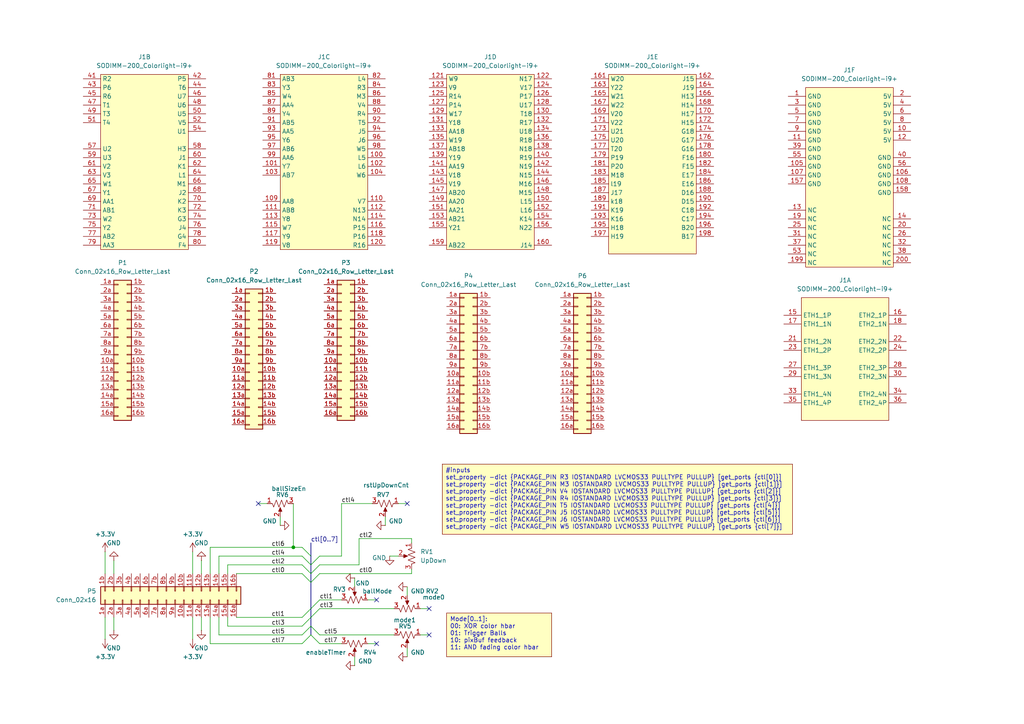
<source format=kicad_sch>
(kicad_sch (version 20231120) (generator "eeschema") (generator_version "8.0")
  (paper "A4")
  (lib_symbols
    (symbol "Connector_Generic:Conn_02x16_Row_Letter_Last" (pin_names (offset 1.016) hide)
      (property "Reference" "J" (at 1.27 20.32 0))
      (property "Value" "Conn_02x16_Row_Letter_Last" (at 1.27 -22.86 0))
      (symbol "Conn_02x16_Row_Letter_Last_1_1"
        (rectangle (start -1.27 -20.193) (end 0 -20.447) (stroke (width 0.1524)))
        (rectangle (start -1.27 -17.653) (end 0 -17.907) (stroke (width 0.1524)))
        (rectangle (start -1.27 -15.113) (end 0 -15.367) (stroke (width 0.1524)))
        (rectangle (start -1.27 -12.573) (end 0 -12.827) (stroke (width 0.1524)))
        (rectangle (start -1.27 -10.033) (end 0 -10.287) (stroke (width 0.1524)))
        (rectangle (start -1.27 -7.493) (end 0 -7.747) (stroke (width 0.1524)))
        (rectangle (start -1.27 -4.953) (end 0 -5.207) (stroke (width 0.1524)))
        (rectangle (start -1.27 -2.413) (end 0 -2.667) (stroke (width 0.1524)))
        (rectangle (start -1.27 0.127) (end 0 -0.127) (stroke (width 0.1524)))
        (rectangle (start -1.27 2.667) (end 0 2.413) (stroke (width 0.1524)))
        (rectangle (start -1.27 5.207) (end 0 4.953) (stroke (width 0.1524)))
        (rectangle (start -1.27 7.747) (end 0 7.493) (stroke (width 0.1524)))
        (rectangle (start -1.27 10.287) (end 0 10.033) (stroke (width 0.1524)))
        (rectangle (start -1.27 12.827) (end 0 12.573) (stroke (width 0.1524)))
        (rectangle (start -1.27 15.367) (end 0 15.113) (stroke (width 0.1524)))
        (rectangle (start -1.27 17.907) (end 0 17.653) (stroke (width 0.1524)))
        (rectangle (start -1.27 19.05) (end 3.81 -21.59) (stroke (width 0.254)) (fill (type background)))
        (rectangle (start 3.81 -20.193) (end 2.54 -20.447) (stroke (width 0.1524)))
        (rectangle (start 3.81 -17.653) (end 2.54 -17.907) (stroke (width 0.1524)))
        (rectangle (start 3.81 -15.113) (end 2.54 -15.367) (stroke (width 0.1524)))
        (rectangle (start 3.81 -12.573) (end 2.54 -12.827) (stroke (width 0.1524)))
        (rectangle (start 3.81 -10.033) (end 2.54 -10.287) (stroke (width 0.1524)))
        (rectangle (start 3.81 -7.493) (end 2.54 -7.747) (stroke (width 0.1524)))
        (rectangle (start 3.81 -4.953) (end 2.54 -5.207) (stroke (width 0.1524)))
        (rectangle (start 3.81 -2.413) (end 2.54 -2.667) (stroke (width 0.1524)))
        (rectangle (start 3.81 0.127) (end 2.54 -0.127) (stroke (width 0.1524)))
        (rectangle (start 3.81 2.667) (end 2.54 2.413) (stroke (width 0.1524)))
        (rectangle (start 3.81 5.207) (end 2.54 4.953) (stroke (width 0.1524)))
        (rectangle (start 3.81 7.747) (end 2.54 7.493) (stroke (width 0.1524)))
        (rectangle (start 3.81 10.287) (end 2.54 10.033) (stroke (width 0.1524)))
        (rectangle (start 3.81 12.827) (end 2.54 12.573) (stroke (width 0.1524)))
        (rectangle (start 3.81 15.367) (end 2.54 15.113) (stroke (width 0.1524)))
        (rectangle (start 3.81 17.907) (end 2.54 17.653) (stroke (width 0.1524)))
        (pin passive line (at -5.08 -5.08 0) (length 3.81) (name "Pin_10a") (number "10a"))
        (pin passive line (at 7.62 -5.08 180) (length 3.81) (name "Pin_10b") (number "10b"))
        (pin passive line (at -5.08 -7.62 0) (length 3.81) (name "Pin_11a") (number "11a"))
        (pin passive line (at 7.62 -7.62 180) (length 3.81) (name "Pin_11b") (number "11b"))
        (pin passive line (at -5.08 -10.16 0) (length 3.81) (name "Pin_12a") (number "12a"))
        (pin passive line (at 7.62 -10.16 180) (length 3.81) (name "Pin_12b") (number "12b"))
        (pin passive line (at -5.08 -12.7 0) (length 3.81) (name "Pin_13a") (number "13a"))
        (pin passive line (at 7.62 -12.7 180) (length 3.81) (name "Pin_13b") (number "13b"))
        (pin passive line (at -5.08 -15.24 0) (length 3.81) (name "Pin_14a") (number "14a"))
        (pin passive line (at 7.62 -15.24 180) (length 3.81) (name "Pin_14b") (number "14b"))
        (pin passive line (at -5.08 -17.78 0) (length 3.81) (name "Pin_15a") (number "15a"))
        (pin passive line (at 7.62 -17.78 180) (length 3.81) (name "Pin_15b") (number "15b"))
        (pin passive line (at -5.08 -20.32 0) (length 3.81) (name "Pin_16a") (number "16a"))
        (pin passive line (at 7.62 -20.32 180) (length 3.81) (name "Pin_16b") (number "16b"))
        (pin passive line (at -5.08 17.78 0) (length 3.81) (name "Pin_1a") (number "1a"))
        (pin passive line (at 7.62 17.78 180) (length 3.81) (name "Pin_1b") (number "1b"))
        (pin passive line (at -5.08 15.24 0) (length 3.81) (name "Pin_2a") (number "2a"))
        (pin passive line (at 7.62 15.24 180) (length 3.81) (name "Pin_2b") (number "2b"))
        (pin passive line (at -5.08 12.7 0) (length 3.81) (name "Pin_3a") (number "3a"))
        (pin passive line (at 7.62 12.7 180) (length 3.81) (name "Pin_3b") (number "3b"))
        (pin passive line (at -5.08 10.16 0) (length 3.81) (name "Pin_4a") (number "4a"))
        (pin passive line (at 7.62 10.16 180) (length 3.81) (name "Pin_4b") (number "4b"))
        (pin passive line (at -5.08 7.62 0) (length 3.81) (name "Pin_5a") (number "5a"))
        (pin passive line (at 7.62 7.62 180) (length 3.81) (name "Pin_5b") (number "5b"))
        (pin passive line (at -5.08 5.08 0) (length 3.81) (name "Pin_6a") (number "6a"))
        (pin passive line (at 7.62 5.08 180) (length 3.81) (name "Pin_6b") (number "6b"))
        (pin passive line (at -5.08 2.54 0) (length 3.81) (name "Pin_7a") (number "7a"))
        (pin passive line (at 7.62 2.54 180) (length 3.81) (name "Pin_7b") (number "7b"))
        (pin passive line (at -5.08 0 0) (length 3.81) (name "Pin_8a") (number "8a"))
        (pin passive line (at 7.62 0 180) (length 3.81) (name "Pin_8b") (number "8b"))
        (pin passive line (at -5.08 -2.54 0) (length 3.81) (name "Pin_9a") (number "9a"))
        (pin passive line (at 7.62 -2.54 180) (length 3.81) (name "Pin_9b") (number "9b"))
      )
    )
    (symbol "Device:R_Potentiometer_US" (pin_names (offset 1.016) hide)
      (property "Reference" "RV" (at -4.445 0 90))
      (property "Value" "R_Potentiometer_US" (at -2.54 0 90))
      (symbol "R_Potentiometer_US_0_1"
        (polyline (pts (xy 0 -2.286) (xy 0 -2.54)))
        (polyline (pts (xy 0 2.54) (xy 0 2.286)))
        (polyline (pts (xy 2.54 0) (xy 1.524 0)))
        (polyline (pts (xy 1.143 0) (xy 2.286 0.508) (xy 2.286 -0.508) (xy 1.143 0)) (fill (type outline)))
        (polyline (pts (xy 0 -0.762) (xy 1.016 -1.143) (xy 0 -1.524) (xy -1.016 -1.905) (xy 0 -2.286)))
        (polyline (pts (xy 0 0.762) (xy 1.016 0.381) (xy 0 0) (xy -1.016 -0.381) (xy 0 -0.762)))
        (polyline (pts (xy 0 2.286) (xy 1.016 1.905) (xy 0 1.524) (xy -1.016 1.143) (xy 0 0.762)))
      )
      (symbol "R_Potentiometer_US_1_1"
        (pin passive line (at 0 3.81 270) (length 1.27) (name "1") (number "1"))
        (pin passive line (at 3.81 0 180) (length 1.27) (name "2") (number "2"))
        (pin passive line (at 0 -3.81 90) (length 1.27) (name "3") (number "3"))
      )
    )
    (symbol "colorlight-i9plus:SODIMM-200_Colorlight-i9+"
      (property "Reference" "J" (at 0 8.89 0))
      (property "Value" "SODIMM-200_Colorlight-i9+" (at 0 6.35 0))
      (symbol "SODIMM-200_Colorlight-i9+_1_1"
        (rectangle (start -12.7 17.78) (end 12.7 -17.78) (fill (type background)))
        (pin passive line (at -17.78 12.7 0) (length 5.08) (name "ETH1_1P") (number "15"))
        (pin passive line (at 17.78 12.7 180) (length 5.08) (name "ETH2_1P") (number "16"))
        (pin passive line (at -17.78 10.16 0) (length 5.08) (name "ETH1_1N") (number "17"))
        (pin passive line (at 17.78 10.16 180) (length 5.08) (name "ETH2_1N") (number "18"))
        (pin passive line (at -17.78 5.08 0) (length 5.08) (name "ETH1_2N") (number "21"))
        (pin passive line (at 17.78 5.08 180) (length 5.08) (name "ETH2_2N") (number "22"))
        (pin passive line (at -17.78 2.54 0) (length 5.08) (name "ETH1_2P") (number "23"))
        (pin passive line (at 17.78 2.54 180) (length 5.08) (name "ETH2_2P") (number "24"))
        (pin passive line (at -17.78 -2.54 0) (length 5.08) (name "ETH1_3P") (number "27"))
        (pin passive line (at 17.78 -2.54 180) (length 5.08) (name "ETH2_3P") (number "28"))
        (pin passive line (at -17.78 -5.08 0) (length 5.08) (name "ETH1_3N") (number "29"))
        (pin passive line (at 17.78 -5.08 180) (length 5.08) (name "ETH2_3N") (number "30"))
        (pin passive line (at -17.78 -10.16 0) (length 5.08) (name "ETH1_4N") (number "33"))
        (pin passive line (at 17.78 -10.16 180) (length 5.08) (name "ETH2_4N") (number "34"))
        (pin passive line (at -17.78 -12.7 0) (length 5.08) (name "ETH1_4P") (number "35"))
        (pin passive line (at 17.78 -12.7 180) (length 5.08) (name "ETH2_4P") (number "36"))
      )
      (symbol "SODIMM-200_Colorlight-i9+_2_1"
        (rectangle (start -12.7 -26.67) (end 12.7 24.13) (fill (type background)))
        (pin passive line (at -17.78 22.86 0) (length 5.08) (name "R2") (number "41"))
        (pin passive line (at 17.78 22.86 180) (length 5.08) (name "P5") (number "42"))
        (pin passive line (at -17.78 20.32 0) (length 5.08) (name "P6") (number "43"))
        (pin passive line (at 17.78 20.32 180) (length 5.08) (name "T6") (number "44"))
        (pin passive line (at -17.78 17.78 0) (length 5.08) (name "R6") (number "45"))
        (pin passive line (at 17.78 17.78 180) (length 5.08) (name "U7") (number "46"))
        (pin passive line (at -17.78 15.24 0) (length 5.08) (name "T1") (number "47"))
        (pin passive line (at 17.78 15.24 180) (length 5.08) (name "U6") (number "48"))
        (pin passive line (at -17.78 12.7 0) (length 5.08) (name "T3") (number "49"))
        (pin passive line (at 17.78 12.7 180) (length 5.08) (name "U5") (number "50"))
        (pin passive line (at -17.78 10.16 0) (length 5.08) (name "T4") (number "51"))
        (pin passive line (at 17.78 10.16 180) (length 5.08) (name "V5") (number "52"))
        (pin passive line (at 17.78 7.62 180) (length 5.08) (name "U1") (number "54"))
        (pin passive line (at -17.78 2.54 0) (length 5.08) (name "U2") (number "57"))
        (pin passive line (at 17.78 2.54 180) (length 5.08) (name "H3") (number "58"))
        (pin passive line (at -17.78 0 0) (length 5.08) (name "U3") (number "59"))
        (pin passive line (at 17.78 0 180) (length 5.08) (name "J1") (number "60"))
        (pin passive line (at -17.78 -2.54 0) (length 5.08) (name "V2") (number "61"))
        (pin passive line (at 17.78 -2.54 180) (length 5.08) (name "K1") (number "62"))
        (pin passive line (at -17.78 -5.08 0) (length 5.08) (name "V3") (number "63"))
        (pin passive line (at 17.78 -5.08 180) (length 5.08) (name "L1") (number "64"))
        (pin passive line (at -17.78 -7.62 0) (length 5.08) (name "W1") (number "65"))
        (pin passive line (at 17.78 -7.62 180) (length 5.08) (name "M1") (number "66"))
        (pin passive line (at -17.78 -10.16 0) (length 5.08) (name "Y1") (number "67"))
        (pin passive line (at 17.78 -10.16 180) (length 5.08) (name "J2") (number "68"))
        (pin passive line (at -17.78 -12.7 0) (length 5.08) (name "AA1") (number "69"))
        (pin passive line (at 17.78 -12.7 180) (length 5.08) (name "K2") (number "70"))
        (pin passive line (at -17.78 -15.24 0) (length 5.08) (name "AB1") (number "71"))
        (pin passive line (at 17.78 -15.24 180) (length 5.08) (name "K3") (number "72"))
        (pin passive line (at -17.78 -17.78 0) (length 5.08) (name "W2") (number "73"))
        (pin passive line (at 17.78 -17.78 180) (length 5.08) (name "G3") (number "74"))
        (pin passive line (at -17.78 -20.32 0) (length 5.08) (name "Y2") (number "75"))
        (pin passive line (at 17.78 -20.32 180) (length 5.08) (name "J4") (number "76"))
        (pin passive line (at -17.78 -22.86 0) (length 5.08) (name "AB2") (number "77"))
        (pin passive line (at 17.78 -22.86 180) (length 5.08) (name "G4") (number "78"))
        (pin passive line (at -17.78 -25.4 0) (length 5.08) (name "AA3") (number "79"))
        (pin passive line (at 17.78 -25.4 180) (length 5.08) (name "F4") (number "80"))
      )
      (symbol "SODIMM-200_Colorlight-i9+_3_1"
        (rectangle (start -12.7 24.13) (end 12.7 -26.67) (fill (type background)))
        (pin passive line (at 17.78 0 180) (length 5.08) (name "L5") (number "100"))
        (pin passive line (at -17.78 -2.54 0) (length 5.08) (name "Y7") (number "101"))
        (pin passive line (at 17.78 -2.54 180) (length 5.08) (name "L6") (number "102"))
        (pin passive line (at -17.78 -5.08 0) (length 5.08) (name "AB7") (number "103"))
        (pin passive line (at 17.78 -5.08 180) (length 5.08) (name "W6") (number "104"))
        (pin passive line (at -17.78 -12.7 0) (length 5.08) (name "AA8") (number "109"))
        (pin passive line (at 17.78 -12.7 180) (length 5.08) (name "V7") (number "110"))
        (pin passive line (at -17.78 -15.24 0) (length 5.08) (name "AB8") (number "111"))
        (pin passive line (at 17.78 -15.24 180) (length 5.08) (name "N13") (number "112"))
        (pin passive line (at -17.78 -17.78 0) (length 5.08) (name "Y8") (number "113"))
        (pin passive line (at 17.78 -17.78 180) (length 5.08) (name "N14") (number "114"))
        (pin passive line (at -17.78 -20.32 0) (length 5.08) (name "W7") (number "115"))
        (pin passive line (at 17.78 -20.32 180) (length 5.08) (name "P15") (number "116"))
        (pin passive line (at -17.78 -22.86 0) (length 5.08) (name "Y9") (number "117"))
        (pin passive line (at 17.78 -22.86 180) (length 5.08) (name "P16") (number "118"))
        (pin passive line (at -17.78 -25.4 0) (length 5.08) (name "V8") (number "119"))
        (pin passive line (at 17.78 -25.4 180) (length 5.08) (name "R16") (number "120"))
        (pin passive line (at -17.78 22.86 0) (length 5.08) (name "AB3") (number "81"))
        (pin passive line (at 17.78 22.86 180) (length 5.08) (name "L4") (number "82"))
        (pin passive line (at -17.78 20.32 0) (length 5.08) (name "Y3") (number "83"))
        (pin passive line (at 17.78 20.32 180) (length 5.08) (name "R3") (number "84"))
        (pin passive line (at -17.78 17.78 0) (length 5.08) (name "W4") (number "85"))
        (pin passive line (at 17.78 17.78 180) (length 5.08) (name "M3") (number "86"))
        (pin passive line (at -17.78 15.24 0) (length 5.08) (name "AA4") (number "87"))
        (pin passive line (at 17.78 15.24 180) (length 5.08) (name "V4") (number "88"))
        (pin passive line (at -17.78 12.7 0) (length 5.08) (name "Y4") (number "89"))
        (pin passive line (at 17.78 12.7 180) (length 5.08) (name "R4") (number "90"))
        (pin passive line (at -17.78 10.16 0) (length 5.08) (name "AB5") (number "91"))
        (pin passive line (at 17.78 10.16 180) (length 5.08) (name "T5") (number "92"))
        (pin passive line (at -17.78 7.62 0) (length 5.08) (name "AA5") (number "93"))
        (pin passive line (at 17.78 7.62 180) (length 5.08) (name "J5") (number "94"))
        (pin passive line (at -17.78 5.08 0) (length 5.08) (name "Y6") (number "95"))
        (pin passive line (at 17.78 5.08 180) (length 5.08) (name "J6") (number "96"))
        (pin passive line (at -17.78 2.54 0) (length 5.08) (name "AB6") (number "97"))
        (pin passive line (at 17.78 2.54 180) (length 5.08) (name "W5") (number "98"))
        (pin passive line (at -17.78 0 0) (length 5.08) (name "AA6") (number "99"))
      )
      (symbol "SODIMM-200_Colorlight-i9+_4_1"
        (rectangle (start -12.7 24.13) (end 12.7 -26.67) (fill (type background)))
        (pin passive line (at -17.78 22.86 0) (length 5.08) (name "W9") (number "121"))
        (pin passive line (at 17.78 22.86 180) (length 5.08) (name "N17") (number "122"))
        (pin passive line (at -17.78 20.32 0) (length 5.08) (name "V9") (number "123"))
        (pin passive line (at 17.78 20.32 180) (length 5.08) (name "V17") (number "124"))
        (pin passive line (at -17.78 17.78 0) (length 5.08) (name "R14") (number "125"))
        (pin passive line (at 17.78 17.78 180) (length 5.08) (name "P17") (number "126"))
        (pin passive line (at -17.78 15.24 0) (length 5.08) (name "P14") (number "127"))
        (pin passive line (at 17.78 15.24 180) (length 5.08) (name "U17") (number "128"))
        (pin passive line (at -17.78 12.7 0) (length 5.08) (name "W17") (number "129"))
        (pin passive line (at 17.78 12.7 180) (length 5.08) (name "T18") (number "130"))
        (pin passive line (at -17.78 10.16 0) (length 5.08) (name "Y18") (number "131"))
        (pin passive line (at 17.78 10.16 180) (length 5.08) (name "R17") (number "132"))
        (pin passive line (at -17.78 7.62 0) (length 5.08) (name "AA18") (number "133"))
        (pin passive line (at 17.78 7.62 180) (length 5.08) (name "U18") (number "134"))
        (pin passive line (at -17.78 5.08 0) (length 5.08) (name "W19") (number "135"))
        (pin passive line (at 17.78 5.08 180) (length 5.08) (name "R18") (number "136"))
        (pin passive line (at -17.78 2.54 0) (length 5.08) (name "AB18") (number "137"))
        (pin passive line (at 17.78 2.54 180) (length 5.08) (name "N18") (number "138"))
        (pin passive line (at -17.78 0 0) (length 5.08) (name "Y19") (number "139"))
        (pin passive line (at 17.78 0 180) (length 5.08) (name "R19") (number "140"))
        (pin passive line (at -17.78 -2.54 0) (length 5.08) (name "AA19") (number "141"))
        (pin passive line (at 17.78 -2.54 180) (length 5.08) (name "N19") (number "142"))
        (pin passive line (at -17.78 -5.08 0) (length 5.08) (name "V18") (number "143"))
        (pin passive line (at 17.78 -5.08 180) (length 5.08) (name "N15") (number "144"))
        (pin passive line (at -17.78 -7.62 0) (length 5.08) (name "V19") (number "145"))
        (pin passive line (at 17.78 -7.62 180) (length 5.08) (name "M16") (number "146"))
        (pin passive line (at -17.78 -10.16 0) (length 5.08) (name "AB20") (number "147"))
        (pin passive line (at 17.78 -10.16 180) (length 5.08) (name "M15") (number "148"))
        (pin passive line (at -17.78 -12.7 0) (length 5.08) (name "AA20") (number "149"))
        (pin passive line (at 17.78 -12.7 180) (length 5.08) (name "L15") (number "150"))
        (pin passive line (at -17.78 -15.24 0) (length 5.08) (name "AA21") (number "151"))
        (pin passive line (at 17.78 -15.24 180) (length 5.08) (name "L16") (number "152"))
        (pin passive line (at -17.78 -17.78 0) (length 5.08) (name "AB21") (number "153"))
        (pin passive line (at 17.78 -17.78 180) (length 5.08) (name "K14") (number "154"))
        (pin passive line (at -17.78 -20.32 0) (length 5.08) (name "Y21") (number "155"))
        (pin passive line (at 17.78 -20.32 180) (length 5.08) (name "N22") (number "156"))
        (pin passive line (at -17.78 -25.4 0) (length 5.08) (name "AB22") (number "159"))
        (pin passive line (at 17.78 -25.4 180) (length 5.08) (name "J14") (number "160"))
      )
      (symbol "SODIMM-200_Colorlight-i9+_5_1"
        (rectangle (start -12.7 24.13) (end 12.7 -27.94) (fill (type background)))
        (pin passive line (at -17.78 22.86 0) (length 5.08) (name "W20") (number "161"))
        (pin passive line (at 17.78 22.86 180) (length 5.08) (name "J15") (number "162"))
        (pin passive line (at -17.78 20.32 0) (length 5.08) (name "Y22") (number "163"))
        (pin passive line (at 17.78 20.32 180) (length 5.08) (name "J19") (number "164"))
        (pin passive line (at -17.78 17.78 0) (length 5.08) (name "W21") (number "165"))
        (pin passive line (at 17.78 17.78 180) (length 5.08) (name "H13") (number "166"))
        (pin passive line (at -17.78 15.24 0) (length 5.08) (name "W22") (number "167"))
        (pin passive line (at 17.78 15.24 180) (length 5.08) (name "H14") (number "168"))
        (pin passive line (at -17.78 12.7 0) (length 5.08) (name "V20") (number "169"))
        (pin passive line (at 17.78 12.7 180) (length 5.08) (name "H17") (number "170"))
        (pin passive line (at -17.78 10.16 0) (length 5.08) (name "V22") (number "171"))
        (pin passive line (at 17.78 10.16 180) (length 5.08) (name "H15") (number "172"))
        (pin passive line (at -17.78 7.62 0) (length 5.08) (name "U21") (number "173"))
        (pin passive line (at 17.78 7.62 180) (length 5.08) (name "G18") (number "174"))
        (pin passive line (at -17.78 5.08 0) (length 5.08) (name "U20") (number "175"))
        (pin passive line (at 17.78 5.08 180) (length 5.08) (name "G17") (number "176"))
        (pin passive line (at -17.78 2.54 0) (length 5.08) (name "T20") (number "177"))
        (pin passive line (at 17.78 2.54 180) (length 5.08) (name "G16") (number "178"))
        (pin passive line (at -17.78 0 0) (length 5.08) (name "P19") (number "179"))
        (pin passive line (at 17.78 0 180) (length 5.08) (name "F16") (number "180"))
        (pin passive line (at -17.78 -2.54 0) (length 5.08) (name "P20") (number "181"))
        (pin passive line (at 17.78 -2.54 180) (length 5.08) (name "F15") (number "182"))
        (pin passive line (at -17.78 -5.08 0) (length 5.08) (name "M18") (number "183"))
        (pin passive line (at 17.78 -5.08 180) (length 5.08) (name "E17") (number "184"))
        (pin passive line (at -17.78 -7.62 0) (length 5.08) (name "l19") (number "185"))
        (pin passive line (at 17.78 -7.62 180) (length 5.08) (name "E16") (number "186"))
        (pin passive line (at -17.78 -10.16 0) (length 5.08) (name "J17") (number "187"))
        (pin passive line (at 17.78 -10.16 180) (length 5.08) (name "D16") (number "188"))
        (pin passive line (at -17.78 -12.7 0) (length 5.08) (name "k18") (number "189"))
        (pin passive line (at 17.78 -12.7 180) (length 5.08) (name "D15") (number "190"))
        (pin passive line (at -17.78 -15.24 0) (length 5.08) (name "K19") (number "191"))
        (pin passive line (at 17.78 -15.24 180) (length 5.08) (name "C18") (number "192"))
        (pin passive line (at -17.78 -17.78 0) (length 5.08) (name "K16") (number "193"))
        (pin passive line (at 17.78 -17.78 180) (length 5.08) (name "C17") (number "194"))
        (pin passive line (at -17.78 -20.32 0) (length 5.08) (name "H18") (number "195"))
        (pin passive line (at 17.78 -20.32 180) (length 5.08) (name "B20") (number "196"))
        (pin passive line (at -17.78 -22.86 0) (length 5.08) (name "H19") (number "197"))
        (pin passive line (at 17.78 -22.86 180) (length 5.08) (name "B17") (number "198"))
      )
      (symbol "SODIMM-200_Colorlight-i9+_6_1"
        (rectangle (start -12.7 25.4) (end 12.7 -26.67) (fill (type background)))
        (pin passive line (at -17.78 22.86 0) (length 5.08) (name "GND") (number "1"))
        (pin passive line (at 17.78 12.7 180) (length 5.08) (name "5V") (number "10"))
        (pin passive line (at -17.78 2.54 0) (length 5.08) (name "GND") (number "105"))
        (pin passive line (at 17.78 0 180) (length 5.08) (name "GND") (number "106"))
        (pin passive line (at -17.78 0 0) (length 5.08) (name "GND") (number "107"))
        (pin passive line (at 17.78 -2.54 180) (length 5.08) (name "GND") (number "108"))
        (pin passive line (at -17.78 10.16 0) (length 5.08) (name "GND") (number "11"))
        (pin passive line (at 17.78 10.16 180) (length 5.08) (name "5V") (number "12"))
        (pin passive line (at -17.78 -10.16 0) (length 5.08) (name "NC") (number "13"))
        (pin passive line (at 17.78 -12.7 180) (length 5.08) (name "NC") (number "14"))
        (pin passive line (at -17.78 -2.54 0) (length 5.08) (name "GND") (number "157"))
        (pin passive line (at 17.78 -5.08 180) (length 5.08) (name "GND") (number "158"))
        (pin passive line (at -17.78 -12.7 0) (length 5.08) (name "NC") (number "19"))
        (pin passive line (at -17.78 -25.4 0) (length 5.08) (name "NC") (number "199"))
        (pin passive line (at 17.78 22.86 180) (length 5.08) (name "5V") (number "2"))
        (pin passive line (at 17.78 -15.24 180) (length 5.08) (name "NC") (number "20"))
        (pin passive line (at 17.78 -25.4 180) (length 5.08) (name "NC") (number "200"))
        (pin passive line (at -17.78 -15.24 0) (length 5.08) (name "NC") (number "25"))
        (pin passive line (at 17.78 -17.78 180) (length 5.08) (name "NC") (number "26"))
        (pin passive line (at -17.78 20.32 0) (length 5.08) (name "GND") (number "3"))
        (pin passive line (at -17.78 -17.78 0) (length 5.08) (name "NC") (number "31"))
        (pin passive line (at 17.78 -20.32 180) (length 5.08) (name "NC") (number "32"))
        (pin passive line (at -17.78 -20.32 0) (length 5.08) (name "NC") (number "37"))
        (pin passive line (at 17.78 -22.86 180) (length 5.08) (name "NC") (number "38"))
        (pin passive line (at -17.78 7.62 0) (length 5.08) (name "GND") (number "39"))
        (pin passive line (at 17.78 20.32 180) (length 5.08) (name "5V") (number "4"))
        (pin passive line (at 17.78 5.08 180) (length 5.08) (name "GND") (number "40"))
        (pin passive line (at -17.78 17.78 0) (length 5.08) (name "GND") (number "5"))
        (pin passive line (at -17.78 -22.86 0) (length 5.08) (name "NC") (number "53"))
        (pin passive line (at -17.78 5.08 0) (length 5.08) (name "GND") (number "55"))
        (pin passive line (at 17.78 2.54 180) (length 5.08) (name "GND") (number "56"))
        (pin passive line (at 17.78 17.78 180) (length 5.08) (name "5V") (number "6"))
        (pin passive line (at -17.78 15.24 0) (length 5.08) (name "GND") (number "7"))
        (pin passive line (at 17.78 15.24 180) (length 5.08) (name "5V") (number "8"))
        (pin passive line (at -17.78 12.7 0) (length 5.08) (name "GND") (number "9"))
      )
    )
    (symbol "power:+3.3V" (power) (pin_numbers hide) (pin_names (offset 0) hide)
      (property "Value" "+3.3V" (at 0 3.556 0))
      (symbol "+3.3V_0_1"
        (polyline (pts (xy -0.762 1.27) (xy 0 2.54)))
        (polyline (pts (xy 0 0) (xy 0 2.54)))
        (polyline (pts (xy 0 2.54) (xy 0.762 1.27)))
      )
      (symbol "+3.3V_1_1"
        (pin power_in line (at 0 0 90) (length 0) (name "~") (number "1"))
      )
    )
    (symbol "power:GND" (power) (pin_numbers hide) (pin_names (offset 0) hide)
      (property "Value" "GND" (at 0 -3.81 0))
      (symbol "GND_0_1"
        (polyline (pts (xy 0 0) (xy 0 -1.27) (xy 1.27 -1.27) (xy 0 -2.54) (xy -1.27 -1.27) (xy 0 -1.27)))
      )
      (symbol "GND_1_1"
        (pin power_in line (at 0 0 270) (length 0) (name "~") (number "1"))
      )
    )
  )
  (junction (at 85.09 158.75))
  (no_connect (at 74.93 146.05))
  (no_connect (at 118.11 146.05))
  (no_connect (at 124.46 184.15))
  (no_connect (at 109.22 186.69))
  (no_connect (at 124.46 176.53))
  (no_connect (at 109.22 173.99))
  (bus_entry (at 90.17 166.37) (size -2.54 -2.54))
  (bus_entry (at 90.17 163.83) (size -2.54 -2.54))
  (bus_entry (at 90.17 184.15) (size 2.54 2.54))
  (bus_entry (at 90.17 176.53) (size 2.54 -2.54))
  (bus_entry (at 90.17 163.83) (size 2.54 -2.54))
  (bus_entry (at 90.17 161.29) (size -2.54 -2.54))
  (bus_entry (at 90.17 168.91) (size -2.54 -2.54))
  (bus_entry (at 90.17 168.91) (size 2.54 -2.54))
  (bus_entry (at 90.17 179.07) (size 2.54 -2.54))
  (bus_entry (at 90.17 184.15) (size -2.54 2.54))
  (bus_entry (at 90.17 181.61) (size -2.54 2.54))
  (bus_entry (at 90.17 166.37) (size 2.54 -2.54))
  (bus_entry (at 90.17 179.07) (size -2.54 2.54))
  (bus_entry (at 90.17 176.53) (size -2.54 2.54))
  (bus_entry (at 90.17 181.61) (size 2.54 2.54))
  (wire (pts (xy 63.5 184.15) (xy 87.63 184.15)))
  (wire (pts (xy 60.96 166.37) (xy 60.96 158.75)))
  (wire (pts (xy 66.04 166.37) (xy 66.04 163.83)))
  (wire (pts (xy 92.71 186.69) (xy 99.06 186.69)))
  (wire (pts (xy 81.28 152.4) (xy 81.28 149.86)))
  (wire (pts (xy 58.42 179.07) (xy 58.42 182.88)))
  (wire (pts (xy 102.87 193.04) (xy 102.87 190.5)))
  (wire (pts (xy 63.5 179.07) (xy 63.5 184.15)))
  (wire (pts (xy 124.46 176.53) (xy 121.92 176.53)))
  (wire (pts (xy 60.96 158.75) (xy 85.09 158.75)))
  (wire (pts (xy 92.71 161.29) (xy 99.06 161.29)))
  (bus (pts (xy 90.17 157.48) (xy 90.17 161.29)) (stroke (width 0.2032)))
  (wire (pts (xy 66.04 181.61) (xy 87.63 181.61)))
  (wire (pts (xy 124.46 184.15) (xy 121.92 184.15)))
  (wire (pts (xy 30.48 179.07) (xy 30.48 185.42)))
  (wire (pts (xy 111.76 152.4) (xy 111.76 149.86)))
  (wire (pts (xy 102.87 167.64) (xy 102.87 170.18)))
  (wire (pts (xy 104.14 156.21) (xy 119.38 156.21)))
  (wire (pts (xy 63.5 161.29) (xy 87.63 161.29)))
  (wire (pts (xy 85.09 146.05) (xy 85.09 158.75)))
  (wire (pts (xy 104.14 156.21) (xy 104.14 163.83)))
  (bus (pts (xy 90.17 168.91) (xy 90.17 176.53)) (stroke (width 0.2032)))
  (bus (pts (xy 90.17 176.53) (xy 90.17 179.07)) (stroke (width 0.2032)))
  (wire (pts (xy 92.71 166.37) (xy 119.38 166.37)))
  (wire (pts (xy 30.48 160.02) (xy 30.48 166.37)))
  (wire (pts (xy 118.11 190.5) (xy 118.11 187.96)))
  (bus (pts (xy 90.17 181.61) (xy 90.17 184.15)) (stroke (width 0.2032)))
  (wire (pts (xy 119.38 156.21) (xy 119.38 157.48)))
  (wire (pts (xy 85.09 158.75) (xy 87.63 158.75)))
  (wire (pts (xy 74.93 146.05) (xy 77.47 146.05)))
  (wire (pts (xy 109.22 186.69) (xy 106.68 186.69)))
  (wire (pts (xy 92.71 163.83) (xy 104.14 163.83)))
  (wire (pts (xy 66.04 163.83) (xy 87.63 163.83)))
  (wire (pts (xy 63.5 166.37) (xy 63.5 161.29)))
  (wire (pts (xy 60.96 186.69) (xy 87.63 186.69)))
  (bus (pts (xy 90.17 179.07) (xy 90.17 181.61)) (stroke (width 0.2032)))
  (wire (pts (xy 99.06 161.29) (xy 99.06 146.05)))
  (bus (pts (xy 90.17 163.83) (xy 90.17 166.37)) (stroke (width 0.2032)))
  (wire (pts (xy 68.58 166.37) (xy 87.63 166.37)))
  (wire (pts (xy 118.11 170.18) (xy 118.11 172.72)))
  (wire (pts (xy 99.06 146.05) (xy 107.95 146.05)))
  (wire (pts (xy 55.88 160.02) (xy 55.88 166.37)))
  (wire (pts (xy 66.04 179.07) (xy 66.04 181.61)))
  (wire (pts (xy 92.71 176.53) (xy 114.3 176.53)))
  (wire (pts (xy 33.02 162.56) (xy 33.02 166.37)))
  (wire (pts (xy 109.22 173.99) (xy 106.68 173.99)))
  (wire (pts (xy 58.42 162.56) (xy 58.42 166.37)))
  (wire (pts (xy 55.88 179.07) (xy 55.88 185.42)))
  (wire (pts (xy 68.58 179.07) (xy 87.63 179.07)))
  (wire (pts (xy 92.71 184.15) (xy 114.3 184.15)))
  (wire (pts (xy 119.38 166.37) (xy 119.38 165.1)))
  (wire (pts (xy 92.71 173.99) (xy 99.06 173.99)))
  (wire (pts (xy 33.02 179.07) (xy 33.02 182.88)))
  (wire (pts (xy 113.03 161.29) (xy 115.57 161.29)))
  (bus (pts (xy 90.17 161.29) (xy 90.17 163.83)) (stroke (width 0.2032)))
  (wire (pts (xy 118.11 146.05) (xy 115.57 146.05)))
  (wire (pts (xy 60.96 179.07) (xy 60.96 186.69)))
  (bus (pts (xy 90.17 166.37) (xy 90.17 168.91)) (stroke (width 0.2032)))
  (text_box "#inputs\nset_property -dict {PACKAGE_PIN R3 IOSTANDARD LVCMOS33 PULLTYPE PULLUP} [get_ports {ctl[0]}]\nset_property -dict {PACKAGE_PIN M3 IOSTANDARD LVCMOS33 PULLTYPE PULLUP} [get_ports {ctl[1]}]\nset_property -dict {PACKAGE_PIN V4 IOSTANDARD LVCMOS33 PULLTYPE PULLUP} [get_ports {ctl[2]}]\nset_property -dict {PACKAGE_PIN R4 IOSTANDARD LVCMOS33 PULLTYPE PULLUP} [get_ports {ctl[3]}]\nset_property -dict {PACKAGE_PIN T5 IOSTANDARD LVCMOS33 PULLTYPE PULLUP} [get_ports {ctl[4]}]\nset_property -dict {PACKAGE_PIN J5 IOSTANDARD LVCMOS33 PULLTYPE PULLUP} [get_ports {ctl[5]}]\nset_property -dict {PACKAGE_PIN J6 IOSTANDARD LVCMOS33 PULLTYPE PULLUP} [get_ports {ctl[6]}]\nset_property -dict {PACKAGE_PIN W5 IOSTANDARD LVCMOS33 PULLTYPE PULLUP} [get_ports {ctl[7]}]" (at 128.27 134.62 0) (size 101.6 20.32) (stroke (width 0) (color 132 0 0 1)) (fill (type color) (color 255 255 194 1)) (effects (font (size 1.27 1.27)) (justify left top)))
  (text_box "Mode[0..1]:\n00: XOR color hbar\n01: Trigger Balls\n10: pixBuf feedback\n11: AND fading color hbar" (at 129.54 177.8 0) (size 30.48 12.7) (stroke (width 0) (color 132 0 0 1)) (fill (type color) (color 255 255 194 1)) (effects (font (size 1.27 1.27)) (justify left top)))
  (label "ctl4" (at 99.06 146.05 0))
  (label "ctl3" (at 78.74 181.61 0))
  (label "ctl0" (at 78.74 166.37 0))
  (label "ctl5" (at 78.74 184.15 0))
  (label "ctl2" (at 78.74 163.83 0))
  (label "ctl[0..7]" (at 90.17 157.48 0))
  (label "ctl7" (at 93.98 186.69 0))
  (label "ctl1" (at 78.74 179.07 0))
  (label "ctl3" (at 92.71 176.53 0))
  (label "ctl5" (at 93.98 184.15 0))
  (label "ctl0" (at 104.14 166.37 0))
  (label "ctl1" (at 92.71 173.99 0))
  (label "ctl4" (at 78.74 161.29 0))
  (label "ctl7" (at 78.74 186.69 0))
  (label "ctl6" (at 78.74 158.75 0))
  (label "ctl2" (at 104.14 156.21 0))
  (symbol (lib_id "power:GND") (at 102.87 167.64 270) (unit 1)
    (property "Reference" "#PWR011" (effects (hide yes)))
    (property "Value" "GND" (at 105.156 169.164 90))
    (property "Description" "Power symbol creates a global label with name \"GND\" , ground" (effects (hide yes)))
  )
  (symbol (lib_id "Connector_Generic:Conn_02x16_Row_Letter_Last") (at 72.39 102.87 0) (unit 1)
    (property "Reference" "P2" (at 73.66 78.74 0))
    (property "Value" "Conn_02x16_Row_Letter_Last" (at 73.66 81.28 0))
    (property "Description" "Generic connector, double row, 02x16, row letter last pin numbering scheme (pin number consists of a letter for the row and a number for the pin index in this row. 1a, ..., Na; 1b, ..., Nb)), script generated (kicad-library-utils/schlib/autogen/connector/)" (effects (hide yes)))
  )
  (symbol (lib_id "Connector_Generic:Conn_02x16_Row_Letter_Last") (at 167.64 104.14 0) (unit 1)
    (property "Reference" "P6" (at 168.91 80.01 0))
    (property "Value" "Conn_02x16_Row_Letter_Last" (at 168.91 82.55 0))
    (property "Description" "Generic connector, double row, 02x16, row letter last pin numbering scheme (pin number consists of a letter for the row and a number for the pin index in this row. 1a, ..., Na; 1b, ..., Nb)), script generated (kicad-library-utils/schlib/autogen/connector/)" (effects (hide yes)))
  )
  (symbol (lib_id "power:GND") (at 33.02 182.88 0) (unit 1)
    (property "Reference" "#PWR01" (effects (hide yes)))
    (property "Value" "GND" (at 33.02 187.96 0))
    (property "Description" "Power symbol creates a global label with name \"GND\" , ground" (effects (hide yes)))
  )
  (symbol (lib_id "Connector_Generic:Conn_02x16_Row_Letter_Last") (at 34.29 100.33 0) (unit 1)
    (property "Reference" "P1" (at 35.56 76.2 0))
    (property "Value" "Conn_02x16_Row_Letter_Last" (at 35.56 78.74 0))
    (property "Footprint" "Connector_PinSocket_2.54mm:PinSocket_2x16_P2.54mm_Vertical" (effects (hide yes)))
    (property "Description" "Generic connector, double row, 02x16, row letter last pin numbering scheme (pin number consists of a letter for the row and a number for the pin index in this row. 1a, ..., Na; 1b, ..., Nb)), script generated (kicad-library-utils/schlib/autogen/connector/)" (effects (hide yes)))
  )
  (symbol (lib_id "Connector_Generic:Conn_02x16_Row_Letter_Last") (at 99.06 100.33 0) (unit 1)
    (property "Reference" "P3" (at 100.33 76.2 0))
    (property "Value" "Conn_02x16_Row_Letter_Last" (at 100.33 78.74 0))
    (property "Footprint" "Connector_PinSocket_2.54mm:PinSocket_2x16_P2.54mm_Vertical" (effects (hide yes)))
    (property "Description" "Generic connector, double row, 02x16, row letter last pin numbering scheme (pin number consists of a letter for the row and a number for the pin index in this row. 1a, ..., Na; 1b, ..., Nb)), script generated (kicad-library-utils/schlib/autogen/connector/)" (effects (hide yes)))
  )
  (symbol (lib_id "power:GND") (at 111.76 152.4 270) (mirror x) (unit 1)
    (property "Reference" "#PWR015" (effects (hide yes)))
    (property "Value" "GND" (at 114.808 151.13 90))
    (property "Description" "Power symbol creates a global label with name \"GND\" , ground" (effects (hide yes)))
  )
  (symbol (lib_id "power:GND") (at 81.28 152.4 90) (unit 1)
    (property "Reference" "#PWR014" (effects (hide yes)))
    (property "Value" "GND" (at 78.232 151.13 90))
    (property "Description" "Power symbol creates a global label with name \"GND\" , ground" (effects (hide yes)))
  )
  (symbol (lib_id "power:+3.3V") (at 30.48 185.42 180) (unit 1)
    (property "Reference" "#PWR06" (effects (hide yes)))
    (property "Value" "+3.3V" (at 30.48 190.5 0))
    (property "Description" "Power symbol creates a global label with name \"+3.3V\"" (effects (hide yes)))
  )
  (symbol (lib_id "power:GND") (at 113.03 161.29 0) (unit 1)
    (property "Reference" "#PWR09" (effects (hide yes)))
    (property "Value" "GND" (at 109.982 161.798 0))
    (property "Description" "Power symbol creates a global label with name \"GND\" , ground" (effects (hide yes)))
  )
  (symbol (lib_id "power:+3.3V") (at 55.88 160.02 0) (unit 1)
    (property "Reference" "#PWR07" (effects (hide yes)))
    (property "Value" "+3.3V" (at 55.88 154.94 0))
    (property "Description" "Power symbol creates a global label with name \"+3.3V\"" (effects (hide yes)))
  )
  (symbol (lib_id "colorlight-i9plus:SODIMM-200_Colorlight-i9+") (at 93.98 45.72 0) (unit 3)
    (property "Reference" "J1" (at 93.98 16.51 0))
    (property "Value" "SODIMM-200_Colorlight-i9+" (at 93.98 19.05 0))
    (property "Description" "SODIMM 200 Pin socket" (effects (hide yes)))
  )
  (symbol (lib_id "power:+3.3V") (at 30.48 160.02 0) (unit 1)
    (property "Reference" "#PWR05" (effects (hide yes)))
    (property "Value" "+3.3V" (at 30.48 154.94 0))
    (property "Description" "Power symbol creates a global label with name \"+3.3V\"" (effects (hide yes)))
  )
  (symbol (lib_id "power:GND") (at 33.02 162.56 180) (unit 1)
    (property "Reference" "#PWR02" (effects (hide yes)))
    (property "Value" "GND" (at 33.02 157.48 0))
    (property "Description" "Power symbol creates a global label with name \"GND\" , ground" (effects (hide yes)))
  )
  (symbol (lib_id "Device:R_Potentiometer_US") (at 102.87 186.69 270) (unit 1)
    (property "Reference" "RV4" (at 109.22 189.23 90) (effects (justify right)))
    (property "Value" "enableTimer" (at 100.33 189.23 90) (effects (justify right)))
    (property "Description" "Potentiometer, US symbol" (effects (hide yes)))
  )
  (symbol (lib_id "colorlight-i9plus:SODIMM-200_Colorlight-i9+") (at 189.23 45.72 0) (unit 5)
    (property "Reference" "J1" (at 189.23 16.51 0))
    (property "Value" "SODIMM-200_Colorlight-i9+" (at 189.23 19.05 0))
    (property "Description" "SODIMM 200 Pin socket" (effects (hide yes)))
  )
  (symbol (lib_id "power:GND") (at 58.42 162.56 180) (unit 1)
    (property "Reference" "#PWR03" (effects (hide yes)))
    (property "Value" "GND" (at 58.42 157.48 0))
    (property "Description" "Power symbol creates a global label with name \"GND\" , ground" (effects (hide yes)))
  )
  (symbol (lib_id "colorlight-i9plus:SODIMM-200_Colorlight-i9+") (at 142.24 45.72 0) (unit 4)
    (property "Reference" "J1" (at 142.24 16.51 0))
    (property "Value" "SODIMM-200_Colorlight-i9+" (at 142.24 19.05 0))
    (property "Description" "SODIMM 200 Pin socket" (effects (hide yes)))
  )
  (symbol (lib_id "colorlight-i9plus:SODIMM-200_Colorlight-i9+") (at 246.38 50.8 0) (unit 6)
    (property "Reference" "J1" (at 246.38 20.32 0))
    (property "Value" "SODIMM-200_Colorlight-i9+" (at 246.38 22.86 0))
    (property "Description" "SODIMM 200 Pin socket" (effects (hide yes)))
  )
  (symbol (lib_id "colorlight-i9plus:SODIMM-200_Colorlight-i9+") (at 245.11 104.14 0) (unit 1)
    (property "Reference" "J1" (at 245.11 81.28 0))
    (property "Value" "SODIMM-200_Colorlight-i9+" (at 245.11 83.82 0))
    (property "Description" "SODIMM 200 Pin socket" (effects (hide yes)))
  )
  (symbol (lib_id "colorlight-i9plus:SODIMM-200_Colorlight-i9+") (at 41.91 45.72 0) (unit 2)
    (property "Reference" "J1" (at 41.91 16.51 0))
    (property "Value" "SODIMM-200_Colorlight-i9+" (at 41.91 19.05 0))
    (property "Description" "SODIMM 200 Pin socket" (effects (hide yes)))
  )
  (symbol (lib_id "Device:R_Potentiometer_US") (at 102.87 173.99 270) (mirror x) (unit 1)
    (property "Reference" "RV3" (at 100.33 170.942 90) (effects (justify right)))
    (property "Value" "ballMode" (at 113.792 171.45 90) (effects (justify right)))
    (property "Description" "Potentiometer, US symbol" (effects (hide yes)))
  )
  (symbol (lib_id "power:GND") (at 58.42 182.88 0) (unit 1)
    (property "Reference" "#PWR04" (effects (hide yes)))
    (property "Value" "GND" (at 58.42 187.96 0))
    (property "Description" "Power symbol creates a global label with name \"GND\" , ground" (effects (hide yes)))
  )
  (symbol (lib_id "Device:R_Potentiometer_US") (at 111.76 146.05 270) (unit 1)
    (property "Reference" "RV7" (at 113.0301 143.51 90) (effects (justify right)))
    (property "Value" "rstUpDownCnt" (at 118.618 140.716 90) (effects (justify right)))
    (property "Description" "Potentiometer, US symbol" (effects (hide yes)))
  )
  (symbol (lib_id "power:+3.3V") (at 55.88 185.42 180) (unit 1)
    (property "Reference" "#PWR08" (effects (hide yes)))
    (property "Value" "+3.3V" (at 55.88 190.5 0))
    (property "Description" "Power symbol creates a global label with name \"+3.3V\"" (effects (hide yes)))
  )
  (symbol (lib_id "power:GND") (at 118.11 170.18 270) (unit 1)
    (property "Reference" "#PWR010" (effects (hide yes)))
    (property "Value" "GND" (at 121.158 171.45 90))
    (property "Description" "Power symbol creates a global label with name \"GND\" , ground" (effects (hide yes)))
  )
  (symbol (lib_id "Device:R_Potentiometer_US") (at 118.11 184.15 270) (unit 1)
    (property "Reference" "RV5" (at 119.3801 181.61 90) (effects (justify right)))
    (property "Value" "mode1" (at 120.65 179.832 90) (effects (justify right)))
    (property "Description" "Potentiometer, US symbol" (effects (hide yes)))
  )
  (symbol (lib_id "Device:R_Potentiometer_US") (at 118.11 176.53 270) (mirror x) (unit 1)
    (property "Reference" "RV2" (at 127.254 171.45 90) (effects (justify right)))
    (property "Value" "mode0" (at 129.0319 173.228 90) (effects (justify right)))
    (property "Description" "Potentiometer, US symbol" (effects (hide yes)))
  )
  (symbol (lib_id "Connector_Generic:Conn_02x16_Row_Letter_Last") (at 48.26 173.99 90) (unit 1)
    (property "Reference" "P5" (at 27.94 171.4499 90) (effects (justify left)))
    (property "Value" "Conn_02x16" (at 27.94 173.9899 90) (effects (justify left)))
    (property "Description" "Generic connector, double row, 02x16, row letter last pin numbering scheme (pin number consists of a letter for the row and a number for the pin index in this row. 1a, ..., Na; 1b, ..., Nb)), script generated (kicad-library-utils/schlib/autogen/connector/)" (effects (hide yes)))
  )
  (symbol (lib_id "power:GND") (at 118.11 190.5 270) (mirror x) (unit 1)
    (property "Reference" "#PWR013" (effects (hide yes)))
    (property "Value" "GND" (at 121.158 189.23 90))
    (property "Description" "Power symbol creates a global label with name \"GND\" , ground" (effects (hide yes)))
  )
  (symbol (lib_id "Device:R_Potentiometer_US") (at 119.38 161.29 0) (mirror y) (unit 1)
    (property "Reference" "RV1" (at 121.92 160.0199 0) (effects (justify right)))
    (property "Value" "UpDown" (at 121.92 162.5599 0) (effects (justify right)))
    (property "Description" "Potentiometer, US symbol" (effects (hide yes)))
  )
  (symbol (lib_id "Connector_Generic:Conn_02x16_Row_Letter_Last") (at 134.62 104.14 0) (unit 1)
    (property "Reference" "P4" (at 135.89 80.01 0))
    (property "Value" "Conn_02x16_Row_Letter_Last" (at 135.89 82.55 0))
    (property "Footprint" "Connector_PinSocket_2.54mm:PinSocket_2x16_P2.54mm_Vertical" (effects (hide yes)))
    (property "Description" "Generic connector, double row, 02x16, row letter last pin numbering scheme (pin number consists of a letter for the row and a number for the pin index in this row. 1a, ..., Na; 1b, ..., Nb)), script generated (kicad-library-utils/schlib/autogen/connector/)" (effects (hide yes)))
  )
  (symbol (lib_id "Device:R_Potentiometer_US") (at 81.28 146.05 90) (mirror x) (unit 1)
    (property "Reference" "RV6" (at 80.0099 143.51 90) (effects (justify right)))
    (property "Value" "ballSizeEn" (at 78.74 141.732 90) (effects (justify right)))
    (property "Description" "Potentiometer, US symbol" (effects (hide yes)))
  )
  (symbol (lib_id "power:GND") (at 102.87 193.04 270) (mirror x) (unit 1)
    (property "Reference" "#PWR012" (effects (hide yes)))
    (property "Value" "GND" (at 105.918 191.77 90))
    (property "Description" "Power symbol creates a global label with name \"GND\" , ground" (effects (hide yes)))
  )
)
</source>
